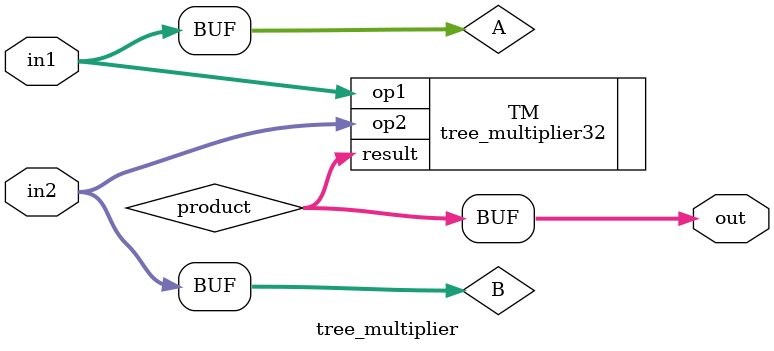
<source format=v>
module tree_multiplier (
    input [31:0] in1,
    input [31:0] in2,
    output [63:0] out
);

    wire [31:0] A;
    wire [31:0] B;
    wire [63:0] product;

    assign A = in1;
    assign B = in2;

    tree_multiplier32 TM (
        .op1(A),
        .op2(B),
        .result(product)
    );

    assign out = product;

endmodule

</source>
